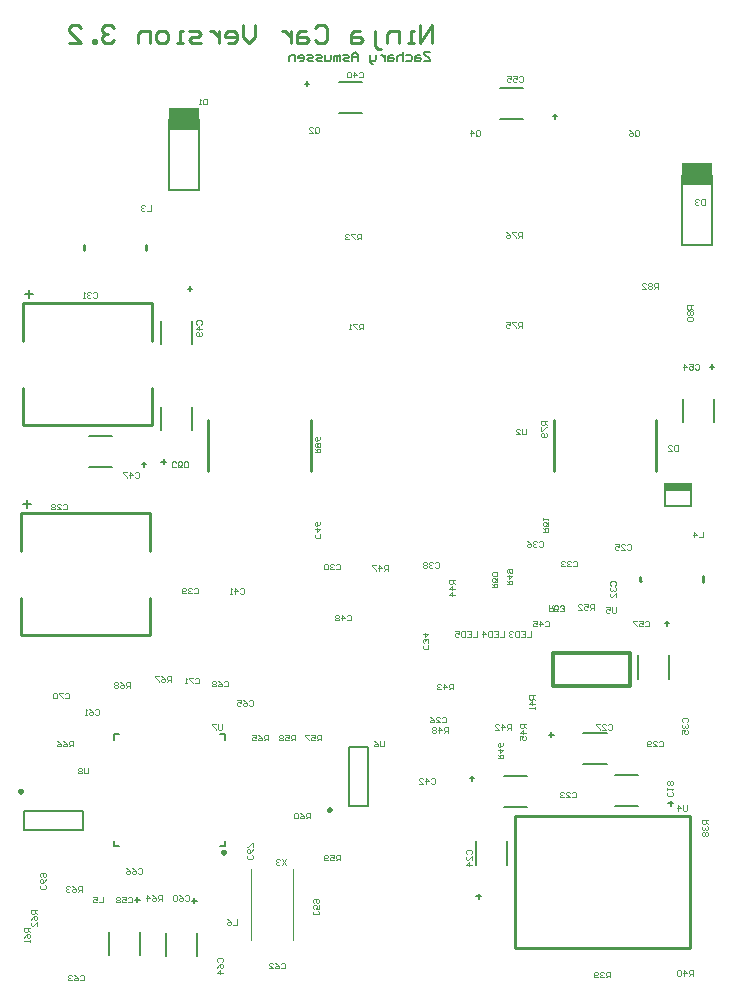
<source format=gbo>
%FSTAX23Y23*%
%MOIN*%
%SFA1B1*%

%IPPOS*%
%ADD32C,0.011810*%
%ADD33C,0.009840*%
%ADD75C,0.010000*%
%ADD76C,0.003940*%
%ADD77C,0.007870*%
%ADD78C,0.005910*%
%ADD79C,0.005000*%
%ADD128R,0.102360X0.074370*%
%ADD129R,0.094490X0.031500*%
%LNninja_3_2_pcb-1*%
%LPD*%
G54D32*
X02046Y0101D02*
Y01122D01*
X0179Y0101D02*
X02046D01*
X0179Y01122D02*
X02046D01*
X0179Y0101D02*
Y01122D01*
G54D33*
X00696Y00458D02*
D01*
X00696Y00458*
X00696Y00458*
X00695Y00459*
X00695Y00459*
X00695Y00459*
X00695Y0046*
X00695Y0046*
X00695Y0046*
X00695Y00461*
X00694Y00461*
X00694Y00461*
X00694Y00461*
X00694Y00462*
X00693Y00462*
X00693Y00462*
X00693Y00462*
X00692Y00462*
X00692Y00462*
X00692Y00463*
X00691Y00463*
X00691Y00463*
X00691Y00463*
X0069*
X0069Y00463*
X0069Y00463*
X00689Y00463*
X00689Y00462*
X00689Y00462*
X00688Y00462*
X00688Y00462*
X00688Y00462*
X00688Y00462*
X00687Y00461*
X00687Y00461*
X00687Y00461*
X00687Y00461*
X00686Y0046*
X00686Y0046*
X00686Y0046*
X00686Y00459*
X00686Y00459*
X00686Y00459*
X00686Y00458*
X00686Y00458*
X00686Y00458*
X00686Y00457*
X00686Y00457*
X00686Y00457*
X00686Y00456*
X00686Y00456*
X00686Y00456*
X00686Y00456*
X00686Y00455*
X00687Y00455*
X00687Y00455*
X00687Y00454*
X00687Y00454*
X00688Y00454*
X00688Y00454*
X00688Y00454*
X00688Y00453*
X00689Y00453*
X00689Y00453*
X00689Y00453*
X0069Y00453*
X0069Y00453*
X0069Y00453*
X00691*
X00691Y00453*
X00691Y00453*
X00692Y00453*
X00692Y00453*
X00692Y00453*
X00693Y00453*
X00693Y00454*
X00693Y00454*
X00694Y00454*
X00694Y00454*
X00694Y00454*
X00694Y00455*
X00695Y00455*
X00695Y00455*
X00695Y00456*
X00695Y00456*
X00695Y00456*
X00695Y00456*
X00695Y00457*
X00696Y00457*
X00696Y00457*
X00696Y00458*
X00019Y00661D02*
D01*
X00019Y00661*
X00019Y00662*
X00019Y00662*
X00019Y00662*
X00019Y00663*
X00019Y00663*
X00018Y00663*
X00018Y00664*
X00018Y00664*
X00018Y00664*
X00018Y00664*
X00017Y00665*
X00017Y00665*
X00017Y00665*
X00017Y00665*
X00016Y00665*
X00016Y00666*
X00016Y00666*
X00015Y00666*
X00015Y00666*
X00015Y00666*
X00014Y00666*
X00014*
X00014Y00666*
X00013Y00666*
X00013Y00666*
X00013Y00666*
X00012Y00666*
X00012Y00665*
X00012Y00665*
X00011Y00665*
X00011Y00665*
X00011Y00665*
X00011Y00664*
X0001Y00664*
X0001Y00664*
X0001Y00664*
X0001Y00663*
X0001Y00663*
X00009Y00663*
X00009Y00662*
X00009Y00662*
X00009Y00662*
X00009Y00661*
X00009Y00661*
X00009Y00661*
X00009Y0066*
X00009Y0066*
X00009Y0066*
X00009Y00659*
X0001Y00659*
X0001Y00659*
X0001Y00658*
X0001Y00658*
X0001Y00658*
X00011Y00658*
X00011Y00657*
X00011Y00657*
X00011Y00657*
X00012Y00657*
X00012Y00657*
X00012Y00656*
X00013Y00656*
X00013Y00656*
X00013Y00656*
X00014Y00656*
X00014Y00656*
X00014*
X00015Y00656*
X00015Y00656*
X00015Y00656*
X00016Y00656*
X00016Y00656*
X00016Y00657*
X00017Y00657*
X00017Y00657*
X00017Y00657*
X00017Y00657*
X00018Y00658*
X00018Y00658*
X00018Y00658*
X00018Y00658*
X00018Y00659*
X00019Y00659*
X00019Y00659*
X00019Y0066*
X00019Y0066*
X00019Y0066*
X00019Y00661*
X00019Y00661*
X01048Y00599D02*
D01*
X01048Y00599*
X01048Y006*
X01048Y006*
X01048Y006*
X01048Y00601*
X01048Y00601*
X01047Y00601*
X01047Y00602*
X01047Y00602*
X01047Y00602*
X01047Y00602*
X01046Y00603*
X01046Y00603*
X01046Y00603*
X01046Y00603*
X01045Y00603*
X01045Y00604*
X01045Y00604*
X01044Y00604*
X01044Y00604*
X01044Y00604*
X01043Y00604*
X01043*
X01043Y00604*
X01042Y00604*
X01042Y00604*
X01042Y00604*
X01041Y00604*
X01041Y00603*
X01041Y00603*
X0104Y00603*
X0104Y00603*
X0104Y00603*
X0104Y00602*
X01039Y00602*
X01039Y00602*
X01039Y00602*
X01039Y00601*
X01039Y00601*
X01038Y00601*
X01038Y006*
X01038Y006*
X01038Y006*
X01038Y00599*
X01038Y00599*
X01038Y00599*
X01038Y00598*
X01038Y00598*
X01038Y00598*
X01038Y00597*
X01039Y00597*
X01039Y00597*
X01039Y00596*
X01039Y00596*
X01039Y00596*
X0104Y00596*
X0104Y00595*
X0104Y00595*
X0104Y00595*
X01041Y00595*
X01041Y00595*
X01041Y00595*
X01042Y00594*
X01042Y00594*
X01042Y00594*
X01043Y00594*
X01043Y00594*
X01043*
X01044Y00594*
X01044Y00594*
X01044Y00594*
X01045Y00594*
X01045Y00595*
X01045Y00595*
X01046Y00595*
X01046Y00595*
X01046Y00595*
X01046Y00595*
X01047Y00596*
X01047Y00596*
X01047Y00596*
X01047Y00596*
X01047Y00597*
X01048Y00597*
X01048Y00597*
X01048Y00598*
X01048Y00598*
X01048Y00598*
X01048Y00599*
X01048Y00599*
G54D75*
X0208Y01375D02*
D01*
X0208Y01368*
X0208Y01361*
X02081Y0136*
X02288Y01359D02*
D01*
X02289Y01366*
X02289Y01373*
X02289Y01377*
X00225Y0248D02*
D01*
X00225Y02473*
X00225Y02466*
X00226Y02465*
X00433Y02464D02*
D01*
X00434Y02471*
X00434Y02478*
X00434Y02482*
X00639Y01728D02*
Y01898D01*
X00981Y01727D02*
Y01897D01*
X01663Y00137D02*
X02247D01*
Y00579*
X01663Y00137D02*
Y00579D01*
X02247*
X01791Y01728D02*
Y01898D01*
X02133Y01727D02*
Y01897D01*
X00452Y02163D02*
Y02287D01*
Y01882D02*
Y02006D01*
X00023Y02287D02*
X00452D01*
X00022Y02163D02*
Y02287D01*
X00021Y0188D02*
X0045D01*
X00021Y01882D02*
Y02006D01*
X00447Y01463D02*
Y01587D01*
Y01182D02*
Y01306D01*
X00018Y01587D02*
X00447D01*
X00017Y01463D02*
Y01587D01*
X00016Y0118D02*
X00445D01*
X00016Y01182D02*
Y01306D01*
X01385Y03155D02*
Y03214D01*
X01345Y03155*
Y03214*
X01325Y03155D02*
X01305D01*
X01315*
Y03194*
X01325*
X01275Y03155D02*
Y03194D01*
X01245*
X01235Y03184*
Y03155*
X01215Y03135D02*
X01205D01*
X01195Y03145*
Y03194*
X01145D02*
X01125D01*
X01115Y03184*
Y03155*
X01145*
X01155Y03165*
X01145Y03174*
X01115*
X00995Y03204D02*
X01005Y03214D01*
X01025*
X01035Y03204*
Y03165*
X01025Y03155*
X01005*
X00995Y03165*
X00965Y03194D02*
X00945D01*
X00935Y03184*
Y03155*
X00965*
X00975Y03165*
X00965Y03174*
X00935*
X00915Y03194D02*
Y03155D01*
Y03174*
X00905Y03184*
X00895Y03194*
X00885*
X00795Y03214D02*
Y03174D01*
X00775Y03155*
X00755Y03174*
Y03214*
X00705Y03155D02*
X00725D01*
X00735Y03165*
Y03184*
X00725Y03194*
X00705*
X00695Y03184*
Y03174*
X00735*
X00675Y03194D02*
Y03155D01*
Y03174*
X00665Y03184*
X00655Y03194*
X00645*
X00615Y03155D02*
X00585D01*
X00575Y03165*
X00585Y03174*
X00605*
X00615Y03184*
X00605Y03194*
X00575*
X00555Y03155D02*
X00535D01*
X00545*
Y03194*
X00555*
X00495Y03155D02*
X00475D01*
X00465Y03165*
Y03184*
X00475Y03194*
X00495*
X00505Y03184*
Y03165*
X00495Y03155*
X00445D02*
Y03194D01*
X00415*
X00405Y03184*
Y03155*
X00325Y03204D02*
X00315Y03214D01*
X00295*
X00285Y03204*
Y03194*
X00295Y03184*
X00305*
X00295*
X00285Y03174*
Y03165*
X00295Y03155*
X00315*
X00325Y03165*
X00265Y03155D02*
Y03165D01*
X00255*
Y03155*
X00265*
X00175D02*
X00215D01*
X00175Y03194*
Y03204*
X00185Y03214*
X00205*
X00215Y03204*
G54D76*
X00922Y00165D02*
Y00401D01*
X00784Y00165D02*
Y00401D01*
X00685Y00884D02*
Y00868D01*
X00681Y00865*
X00675*
X00671Y00868*
Y00884*
X00665D02*
X00652D01*
Y00881*
X00665Y00868*
Y00865*
X00261Y00931D02*
X00265Y00934D01*
X00271*
X00275Y00931*
Y00918*
X00271Y00915*
X00265*
X00261Y00918*
X00242Y00934D02*
X00248Y00931D01*
X00255Y00924*
Y00918*
X00252Y00915*
X00245*
X00242Y00918*
Y00921*
X00245Y00924*
X00255*
X00235Y00915D02*
X00229D01*
X00232*
Y00934*
X00235Y00931*
X017Y01869D02*
Y01853D01*
X01696Y0185*
X0169*
X01686Y01853*
Y01869*
X01667Y0185D02*
X0168D01*
X01667Y01863*
Y01866*
X0167Y01869*
X01677*
X0168Y01866*
X00603Y02216D02*
X006Y0222D01*
Y02226*
X00603Y0223*
X00616*
X0062Y02226*
Y0222*
X00616Y02216*
X0062Y022D02*
X006D01*
X0061Y0221*
Y02197*
X00616Y0219D02*
X0062Y02187D01*
Y0218*
X00616Y02177*
X00603*
X006Y0218*
Y02187*
X00603Y0219*
X00606*
X0061Y02187*
Y02177*
X00995Y0179D02*
X01014D01*
Y01799*
X01011Y01803*
X01004*
X01001Y01799*
Y0179*
Y01796D02*
X00995Y01803D01*
X01011Y01809D02*
X01014Y01812D01*
Y01819*
X01011Y01822*
X01008*
X01004Y01819*
X01001Y01822*
X00998*
X00995Y01819*
Y01812*
X00998Y01809*
X01001*
X01004Y01812*
X01008Y01809*
X01011*
X01004Y01812D02*
Y01819D01*
X01014Y01842D02*
X01011Y01835D01*
X01004Y01829*
X00998*
X00995Y01832*
Y01839*
X00998Y01842*
X01001*
X01004Y01839*
Y01829*
X009Y00434D02*
X00886Y00415D01*
Y00434D02*
X009Y00415D01*
X0088Y00431D02*
X00877Y00434D01*
X0087*
X00867Y00431*
Y00428*
X0087Y00424*
X00873*
X0087*
X00867Y00421*
Y00418*
X0087Y00415*
X00877*
X0088Y00418*
X0024Y00739D02*
Y00723D01*
X00236Y0072*
X0023*
X00226Y00723*
Y00739*
X0022Y00736D02*
X00217Y00739D01*
X0021*
X00207Y00736*
Y00733*
X0021Y00729*
X00207Y00726*
Y00723*
X0021Y0072*
X00217*
X0022Y00723*
Y00726*
X00217Y00729*
X0022Y00733*
Y00736*
X00217Y00729D02*
X0021D01*
X01225Y00829D02*
Y00813D01*
X01221Y0081*
X01215*
X01211Y00813*
Y00829*
X01192D02*
X01198Y00826D01*
X01205Y00819*
Y00813*
X01202Y0081*
X01195*
X01192Y00813*
Y00816*
X01195Y00819*
X01205*
X01998Y01274D02*
Y01258D01*
X01995Y01255*
X01988*
X01985Y01258*
Y01274*
X01965D02*
X01978D01*
Y01265*
X01972Y01268*
X01968*
X01965Y01265*
Y01258*
X01968Y01255*
X01975*
X01978Y01258*
X02235Y00614D02*
Y00598D01*
X02231Y00595*
X02225*
X02221Y00598*
Y00614*
X02205Y00595D02*
Y00614D01*
X02215Y00604*
X02202*
X0214Y02335D02*
Y02354D01*
X0213*
X02126Y02351*
Y02344*
X0213Y02341*
X0214*
X02133D02*
X02126Y02335D01*
X0212Y02351D02*
X02117Y02354D01*
X0211*
X02107Y02351*
Y02348*
X0211Y02344*
X02107Y02341*
Y02338*
X0211Y02335*
X02117*
X0212Y02338*
Y02341*
X02117Y02344*
X0212Y02348*
Y02351*
X02117Y02344D02*
X0211D01*
X02087Y02335D02*
X021D01*
X02087Y02348*
Y02351*
X0209Y02354*
X02097*
X021Y02351*
X02255Y0228D02*
X02235D01*
Y0227*
X02238Y02266*
X02245*
X02248Y0227*
Y0228*
Y02273D02*
X02255Y02266D01*
X02238Y0226D02*
X02235Y02257D01*
Y0225*
X02238Y02247*
X02241*
X02245Y0225*
X02248Y02247*
X02251*
X02255Y0225*
Y02257*
X02251Y0226*
X02248*
X02245Y02257*
X02241Y0226*
X02238*
X02245Y02257D02*
Y0225D01*
X02238Y0224D02*
X02235Y02237D01*
Y0223*
X02238Y02227*
X02251*
X02255Y0223*
Y02237*
X02251Y0224*
X02238*
X0177Y01895D02*
X0175D01*
Y01885*
X01753Y01881*
X0176*
X01763Y01885*
Y01895*
Y01888D02*
X0177Y01881D01*
X0175Y01875D02*
Y01862D01*
X01753*
X01766Y01875*
X0177*
X01766Y01855D02*
X0177Y01852D01*
Y01845*
X01766Y01842*
X01753*
X0175Y01845*
Y01852*
X01753Y01855*
X01756*
X0176Y01852*
Y01842*
X01685Y02505D02*
Y02524D01*
X01675*
X01671Y02521*
Y02514*
X01675Y02511*
X01685*
X01678D02*
X01671Y02505D01*
X01665Y02524D02*
X01652D01*
Y02521*
X01665Y02508*
Y02505*
X01632Y02524D02*
X01639Y02521D01*
X01645Y02514*
Y02508*
X01642Y02505*
X01635*
X01632Y02508*
Y02511*
X01635Y02514*
X01645*
X01685Y02205D02*
Y02224D01*
X01675*
X01671Y02221*
Y02214*
X01675Y02211*
X01685*
X01678D02*
X01671Y02205D01*
X01665Y02224D02*
X01652D01*
Y02221*
X01665Y02208*
Y02205*
X01632Y02224D02*
X01645D01*
Y02214*
X01639Y02218*
X01635*
X01632Y02214*
Y02208*
X01635Y02205*
X01642*
X01645Y02208*
X0115Y025D02*
Y02519D01*
X0114*
X01136Y02516*
Y02509*
X0114Y02506*
X0115*
X01143D02*
X01136Y025D01*
X0113Y02519D02*
X01117D01*
Y02516*
X0113Y02503*
Y025*
X0111Y02516D02*
X01107Y02519D01*
X011*
X01097Y02516*
Y02513*
X011Y02509*
X01104*
X011*
X01097Y02506*
Y02503*
X011Y025*
X01107*
X0111Y02503*
X01155Y022D02*
Y02219D01*
X01145*
X01141Y02216*
Y02209*
X01145Y02206*
X01155*
X01148D02*
X01141Y022D01*
X01135Y02219D02*
X01122D01*
Y02216*
X01135Y02203*
Y022*
X01115D02*
X01109D01*
X01112*
Y02219*
X01115Y02216*
X0038Y01005D02*
Y01024D01*
X0037*
X00366Y01021*
Y01014*
X0037Y01011*
X0038*
X00373D02*
X00366Y01005D01*
X00347Y01024D02*
X00353Y01021D01*
X0036Y01014*
Y01008*
X00357Y01005*
X0035*
X00347Y01008*
Y01011*
X0035Y01014*
X0036*
X0034Y01021D02*
X00337Y01024D01*
X0033*
X00327Y01021*
Y01018*
X0033Y01014*
X00327Y01011*
Y01008*
X0033Y01005*
X00337*
X0034Y01008*
Y01011*
X00337Y01014*
X0034Y01018*
Y01021*
X00337Y01014D02*
X0033D01*
X00515Y01025D02*
Y01044D01*
X00505*
X00501Y01041*
Y01034*
X00505Y01031*
X00515*
X00508D02*
X00501Y01025D01*
X00482Y01044D02*
X00488Y01041D01*
X00495Y01034*
Y01028*
X00492Y01025*
X00485*
X00482Y01028*
Y01031*
X00485Y01034*
X00495*
X00475Y01044D02*
X00462D01*
Y01041*
X00475Y01028*
Y01025*
X0019Y0081D02*
Y00829D01*
X0018*
X00176Y00826*
Y00819*
X0018Y00816*
X0019*
X00183D02*
X00176Y0081D01*
X00157Y00829D02*
X00163Y00826D01*
X0017Y00819*
Y00813*
X00167Y0081*
X0016*
X00157Y00813*
Y00816*
X0016Y00819*
X0017*
X00137Y00829D02*
X00144Y00826D01*
X0015Y00819*
Y00813*
X00147Y0081*
X0014*
X00137Y00813*
Y00816*
X0014Y00819*
X0015*
X0084Y0083D02*
Y00849D01*
X0083*
X00826Y00846*
Y00839*
X0083Y00836*
X0084*
X00833D02*
X00826Y0083D01*
X00807Y00849D02*
X00813Y00846D01*
X0082Y00839*
Y00833*
X00817Y0083*
X0081*
X00807Y00833*
Y00836*
X0081Y00839*
X0082*
X00787Y00849D02*
X008D01*
Y00839*
X00794Y00843*
X0079*
X00787Y00839*
Y00833*
X0079Y0083*
X00797*
X008Y00833*
X00485Y00295D02*
Y00314D01*
X00475*
X00471Y00311*
Y00304*
X00475Y00301*
X00485*
X00478D02*
X00471Y00295D01*
X00452Y00314D02*
X00458Y00311D01*
X00465Y00304*
Y00298*
X00462Y00295*
X00455*
X00452Y00298*
Y00301*
X00455Y00304*
X00465*
X00435Y00295D02*
Y00314D01*
X00445Y00304*
X00432*
X0022Y00325D02*
Y00344D01*
X0021*
X00206Y00341*
Y00334*
X0021Y00331*
X0022*
X00213D02*
X00206Y00325D01*
X00187Y00344D02*
X00193Y00341D01*
X002Y00334*
Y00328*
X00197Y00325*
X0019*
X00187Y00328*
Y00331*
X0019Y00334*
X002*
X0018Y00341D02*
X00177Y00344D01*
X0017*
X00167Y00341*
Y00338*
X0017Y00334*
X00174*
X0017*
X00167Y00331*
Y00328*
X0017Y00325*
X00177*
X0018Y00328*
X0007Y00265D02*
X0005D01*
Y00255*
X00053Y00251*
X0006*
X00063Y00255*
Y00265*
Y00258D02*
X0007Y00251D01*
X0005Y00232D02*
X00053Y00238D01*
X0006Y00245*
X00066*
X0007Y00242*
Y00235*
X00066Y00232*
X00063*
X0006Y00235*
Y00245*
X0007Y00212D02*
Y00225D01*
X00056Y00212*
X00053*
X0005Y00215*
Y00222*
X00053Y00225*
X00045Y00205D02*
X00025D01*
Y00195*
X00028Y00191*
X00035*
X00038Y00195*
Y00205*
Y00198D02*
X00045Y00191D01*
X00025Y00172D02*
X00028Y00178D01*
X00035Y00185*
X00041*
X00045Y00182*
Y00175*
X00041Y00172*
X00038*
X00035Y00175*
Y00185*
X00045Y00165D02*
Y00159D01*
Y00162*
X00025*
X00028Y00165*
X0098Y0057D02*
Y00589D01*
X0097*
X00966Y00586*
Y00579*
X0097Y00576*
X0098*
X00973D02*
X00966Y0057D01*
X00947Y00589D02*
X00953Y00586D01*
X0096Y00579*
Y00573*
X00957Y0057*
X0095*
X00947Y00573*
Y00576*
X0095Y00579*
X0096*
X0094Y00586D02*
X00937Y00589D01*
X0093*
X00927Y00586*
Y00573*
X0093Y0057*
X00937*
X0094Y00573*
Y00586*
X0108Y0043D02*
Y00449D01*
X0107*
X01066Y00446*
Y00439*
X0107Y00436*
X0108*
X01073D02*
X01066Y0043D01*
X01047Y00449D02*
X0106D01*
Y00439*
X01053Y00443*
X0105*
X01047Y00439*
Y00433*
X0105Y0043*
X01057*
X0106Y00433*
X0104D02*
X01037Y0043D01*
X0103*
X01027Y00433*
Y00446*
X0103Y00449*
X01037*
X0104Y00446*
Y00443*
X01037Y00439*
X01027*
X0093Y0083D02*
Y00849D01*
X0092*
X00916Y00846*
Y00839*
X0092Y00836*
X0093*
X00923D02*
X00916Y0083D01*
X00897Y00849D02*
X0091D01*
Y00839*
X00903Y00843*
X009*
X00897Y00839*
Y00833*
X009Y0083*
X00907*
X0091Y00833*
X0089Y00846D02*
X00887Y00849D01*
X0088*
X00877Y00846*
Y00843*
X0088Y00839*
X00877Y00836*
Y00833*
X0088Y0083*
X00887*
X0089Y00833*
Y00836*
X00887Y00839*
X0089Y00843*
Y00846*
X00887Y00839D02*
X0088D01*
X01015Y0083D02*
Y00849D01*
X01005*
X01001Y00846*
Y00839*
X01005Y00836*
X01015*
X01008D02*
X01001Y0083D01*
X00982Y00849D02*
X00995D01*
Y00839*
X00988Y00843*
X00985*
X00982Y00839*
Y00833*
X00985Y0083*
X00992*
X00995Y00833*
X00975Y00849D02*
X00962D01*
Y00846*
X00975Y00833*
Y0083*
X01775Y0128D02*
Y0126D01*
X01784*
X01788Y01263*
Y0127*
X01784Y01273*
X01775*
X01781D02*
X01788Y0128D01*
X01807Y0126D02*
X01794D01*
Y0127*
X01801Y01266*
X01804*
X01807Y0127*
Y01276*
X01804Y0128*
X01797*
X01794Y01276*
X01814Y01263D02*
X01817Y0126D01*
X01824*
X01827Y01263*
Y01266*
X01824Y0127*
X0182*
X01824*
X01827Y01273*
Y01276*
X01824Y0128*
X01817*
X01814Y01276*
X01925Y01265D02*
Y01284D01*
X01915*
X01911Y01281*
Y01274*
X01915Y01271*
X01925*
X01918D02*
X01911Y01265D01*
X01892Y01284D02*
X01905D01*
Y01274*
X01898Y01278*
X01895*
X01892Y01274*
Y01268*
X01895Y01265*
X01902*
X01905Y01268*
X01872Y01265D02*
X01885D01*
X01872Y01278*
Y01281*
X01875Y01284*
X01882*
X01885Y01281*
X01755Y01525D02*
X01774D01*
Y01534*
X01771Y01538*
X01764*
X01761Y01534*
Y01525*
Y01531D02*
X01755Y01538D01*
X01774Y01557D02*
Y01544D01*
X01764*
X01768Y01551*
Y01554*
X01764Y01557*
X01758*
X01755Y01554*
Y01547*
X01758Y01544*
X01755Y01564D02*
Y0157D01*
Y01567*
X01774*
X01771Y01564*
X01585Y0134D02*
X01604D01*
Y01349*
X01601Y01353*
X01594*
X01591Y01349*
Y0134*
Y01346D02*
X01585Y01353D01*
X01604Y01372D02*
Y01359D01*
X01594*
X01598Y01366*
Y01369*
X01594Y01372*
X01588*
X01585Y01369*
Y01362*
X01588Y01359*
X01601Y01379D02*
X01604Y01382D01*
Y01389*
X01601Y01392*
X01588*
X01585Y01389*
Y01382*
X01588Y01379*
X01601*
X01635Y0135D02*
X01654D01*
Y01359*
X01651Y01363*
X01644*
X01641Y01359*
Y0135*
Y01356D02*
X01635Y01363D01*
Y01379D02*
X01654D01*
X01644Y01369*
Y01382*
X01638Y01389D02*
X01635Y01392D01*
Y01399*
X01638Y01402*
X01651*
X01654Y01399*
Y01392*
X01651Y01389*
X01648*
X01644Y01392*
Y01402*
X0144Y00855D02*
Y00874D01*
X0143*
X01426Y00871*
Y00864*
X0143Y00861*
X0144*
X01433D02*
X01426Y00855D01*
X0141D02*
Y00874D01*
X0142Y00864*
X01407*
X014Y00871D02*
X01397Y00874D01*
X0139*
X01387Y00871*
Y00868*
X0139Y00864*
X01387Y00861*
Y00858*
X0139Y00855*
X01397*
X014Y00858*
Y00861*
X01397Y00864*
X014Y00868*
Y00871*
X01397Y00864D02*
X0139D01*
X0124Y01395D02*
Y01414D01*
X0123*
X01226Y01411*
Y01404*
X0123Y01401*
X0124*
X01233D02*
X01226Y01395D01*
X0121D02*
Y01414D01*
X0122Y01404*
X01207*
X012Y01414D02*
X01187D01*
Y01411*
X012Y01398*
Y01395*
X01605Y0077D02*
X01624D01*
Y00779*
X01621Y00783*
X01614*
X01611Y00779*
Y0077*
Y00776D02*
X01605Y00783D01*
Y00799D02*
X01624D01*
X01614Y00789*
Y00802*
X01624Y00822D02*
X01621Y00815D01*
X01614Y00809*
X01608*
X01605Y00812*
Y00819*
X01608Y00822*
X01611*
X01614Y00819*
Y00809*
X017Y00885D02*
X0168D01*
Y00875*
X01683Y00871*
X0169*
X01693Y00875*
Y00885*
Y00878D02*
X017Y00871D01*
Y00855D02*
X0168D01*
X0169Y00865*
Y00852*
X0168Y00832D02*
Y00845D01*
X0169*
X01686Y00839*
Y00835*
X0169Y00832*
X01696*
X017Y00835*
Y00842*
X01696Y00845*
X01464Y01366D02*
X01444D01*
Y01356*
X01447Y01353*
X01454*
X01457Y01356*
Y01366*
Y01359D02*
X01464Y01353D01*
Y01336D02*
X01444D01*
X01454Y01346*
Y01333*
X01464Y01316D02*
X01444D01*
X01454Y01326*
Y01313*
X01455Y01D02*
Y01019D01*
X01445*
X01441Y01016*
Y01009*
X01445Y01006*
X01455*
X01448D02*
X01441Y01D01*
X01425D02*
Y01019D01*
X01435Y01009*
X01422*
X01415Y01016D02*
X01412Y01019D01*
X01405*
X01402Y01016*
Y01013*
X01405Y01009*
X01409*
X01405*
X01402Y01006*
Y01003*
X01405Y01*
X01412*
X01415Y01003*
X0165Y00865D02*
Y00884D01*
X0164*
X01636Y00881*
Y00874*
X0164Y00871*
X0165*
X01643D02*
X01636Y00865D01*
X0162D02*
Y00884D01*
X0163Y00874*
X01617*
X01597Y00865D02*
X0161D01*
X01597Y00878*
Y00881*
X016Y00884*
X01607*
X0161Y00881*
X0173Y0098D02*
X0171D01*
Y0097*
X01713Y00966*
X0172*
X01723Y0097*
Y0098*
Y00973D02*
X0173Y00966D01*
Y0095D02*
X0171D01*
X0172Y0096*
Y00947*
X0173Y0094D02*
Y00934D01*
Y00937*
X0171*
X01713Y0094*
X02255Y00045D02*
Y00064D01*
X02245*
X02241Y00061*
Y00054*
X02245Y00051*
X02255*
X02248D02*
X02241Y00045D01*
X02225D02*
Y00064D01*
X02235Y00054*
X02222*
X02215Y00061D02*
X02212Y00064D01*
X02205*
X02202Y00061*
Y00048*
X02205Y00045*
X02212*
X02215Y00048*
Y00061*
X0198Y0004D02*
Y00059D01*
X0197*
X01966Y00056*
Y00049*
X0197Y00046*
X0198*
X01973D02*
X01966Y0004D01*
X0196Y00056D02*
X01957Y00059D01*
X0195*
X01947Y00056*
Y00053*
X0195Y00049*
X01953*
X0195*
X01947Y00046*
Y00043*
X0195Y0004*
X01957*
X0196Y00043*
X0194D02*
X01937Y0004D01*
X0193*
X01927Y00043*
Y00056*
X0193Y00059*
X01937*
X0194Y00056*
Y00053*
X01937Y00049*
X01927*
X02305Y00565D02*
X02285D01*
Y00555*
X02288Y00551*
X02295*
X02298Y00555*
Y00565*
Y00558D02*
X02305Y00551D01*
X02288Y00545D02*
X02285Y00542D01*
Y00535*
X02288Y00532*
X02291*
X02295Y00535*
Y00538*
Y00535*
X02298Y00532*
X02301*
X02305Y00535*
Y00542*
X02301Y00545*
X02288Y00525D02*
X02285Y00522D01*
Y00515*
X02288Y00512*
X02291*
X02295Y00515*
X02298Y00512*
X02301*
X02305Y00515*
Y00522*
X02301Y00525*
X02298*
X02295Y00522*
X02291Y00525*
X02288*
X02295Y00522D02*
Y00515D01*
X02061Y02848D02*
Y02861D01*
X02065Y02864*
X02071*
X02075Y02861*
Y02848*
X02071Y02845*
X02065*
X02068Y02851D02*
X02061Y02845D01*
X02065D02*
X02061Y02848D01*
X02042Y02864D02*
X02048Y02861D01*
X02055Y02854*
Y02848*
X02052Y02845*
X02045*
X02042Y02848*
Y02851*
X02045Y02854*
X02055*
X01531Y02848D02*
Y02861D01*
X01535Y02864*
X01541*
X01545Y02861*
Y02848*
X01541Y02845*
X01535*
X01538Y02851D02*
X01531Y02845D01*
X01535D02*
X01531Y02848D01*
X01515Y02845D02*
Y02864D01*
X01525Y02854*
X01512*
X00996Y02858D02*
Y02871D01*
X01Y02874*
X01006*
X0101Y02871*
Y02858*
X01006Y02855*
X01*
X01003Y02861D02*
X00996Y02855D01*
X01D02*
X00996Y02858D01*
X00977Y02855D02*
X0099D01*
X00977Y02868*
Y02871*
X0098Y02874*
X00987*
X0099Y02871*
X01535Y01194D02*
Y01175D01*
X01521*
X01502Y01194D02*
X01515D01*
Y01175*
X01502*
X01515Y01184D02*
X01508D01*
X01495Y01194D02*
Y01175D01*
X01485*
X01482Y01178*
Y01191*
X01485Y01194*
X01495*
X01462D02*
X01475D01*
Y01184*
X01469Y01188*
X01466*
X01462Y01184*
Y01178*
X01466Y01175*
X01472*
X01475Y01178*
X01625Y01194D02*
Y01175D01*
X01611*
X01592Y01194D02*
X01605D01*
Y01175*
X01592*
X01605Y01184D02*
X01598D01*
X01585Y01194D02*
Y01175D01*
X01575*
X01572Y01178*
Y01191*
X01575Y01194*
X01585*
X01556Y01175D02*
Y01194D01*
X01565Y01184*
X01552*
X01715Y01194D02*
Y01175D01*
X01701*
X01682Y01194D02*
X01695D01*
Y01175*
X01682*
X01695Y01184D02*
X01688D01*
X01675Y01194D02*
Y01175D01*
X01665*
X01662Y01178*
Y01191*
X01665Y01194*
X01675*
X01655Y01191D02*
X01652Y01194D01*
X01646*
X01642Y01191*
Y01188*
X01646Y01184*
X01649*
X01646*
X01642Y01181*
Y01178*
X01646Y01175*
X01652*
X01655Y01178*
X00735Y00234D02*
Y00215D01*
X00721*
X00702Y00234D02*
X00708Y00231D01*
X00715Y00224*
Y00218*
X00712Y00215*
X00705*
X00702Y00218*
Y00221*
X00705Y00224*
X00715*
X0029Y00309D02*
Y0029D01*
X00276*
X00257Y00309D02*
X0027D01*
Y00299*
X00263Y00303*
X0026*
X00257Y00299*
Y00293*
X0026Y0029*
X00267*
X0027Y00293*
X0229Y01526D02*
Y01507D01*
X02276*
X0226D02*
Y01526D01*
X0227Y01516*
X02257*
X0045Y02614D02*
Y02595D01*
X00436*
X0043Y02611D02*
X00427Y02614D01*
X0042*
X00417Y02611*
Y02608*
X0042Y02604*
X00423*
X0042*
X00417Y02601*
Y02598*
X0042Y02595*
X00427*
X0043Y02598*
X02295Y02634D02*
Y02615D01*
X02285*
X02281Y02618*
Y02631*
X02285Y02634*
X02295*
X02275Y02631D02*
X02272Y02634D01*
X02265*
X02262Y02631*
Y02628*
X02265Y02624*
X02268*
X02265*
X02262Y02621*
Y02618*
X02265Y02615*
X02272*
X02275Y02618*
X02205Y01814D02*
Y01795D01*
X02195*
X02191Y01798*
Y01811*
X02195Y01814*
X02205*
X02172Y01795D02*
X02185D01*
X02172Y01808*
Y01811*
X02175Y01814*
X02182*
X02185Y01811*
X00635Y02969D02*
Y0295D01*
X00625*
X00621Y02953*
Y02966*
X00625Y02969*
X00635*
X00615Y0295D02*
X00608D01*
X00612*
Y02969*
X00615Y02966*
X00596Y01036D02*
X006Y01039D01*
X00606*
X0061Y01036*
Y01023*
X00606Y0102*
X006*
X00596Y01023*
X0059Y01039D02*
X00577D01*
Y01036*
X0059Y01023*
Y0102*
X0057D02*
X00564D01*
X00567*
Y01039*
X0057Y01036*
X00161Y00986D02*
X00165Y00989D01*
X00171*
X00175Y00986*
Y00973*
X00171Y0097*
X00165*
X00161Y00973*
X00155Y00989D02*
X00142D01*
Y00986*
X00155Y00973*
Y0097*
X00135Y00986D02*
X00132Y00989D01*
X00125*
X00122Y00986*
Y00973*
X00125Y0097*
X00132*
X00135Y00973*
Y00986*
X00096Y00348D02*
X00099Y00344D01*
Y00338*
X00096Y00335*
X00083*
X0008Y00338*
Y00344*
X00083Y00348*
X00099Y00367D02*
X00096Y00361D01*
X00089Y00354*
X00083*
X0008Y00357*
Y00364*
X00083Y00367*
X00086*
X00089Y00364*
Y00354*
X00083Y00374D02*
X0008Y00377D01*
Y00384*
X00083Y00387*
X00096*
X00099Y00384*
Y00377*
X00096Y00374*
X00093*
X00089Y00377*
Y00387*
X00691Y01026D02*
X00695Y01029D01*
X00701*
X00705Y01026*
Y01013*
X00701Y0101*
X00695*
X00691Y01013*
X00672Y01029D02*
X00678Y01026D01*
X00685Y01019*
Y01013*
X00682Y0101*
X00675*
X00672Y01013*
Y01016*
X00675Y01019*
X00685*
X00665Y01026D02*
X00662Y01029D01*
X00655*
X00652Y01026*
Y01023*
X00655Y01019*
X00652Y01016*
Y01013*
X00655Y0101*
X00662*
X00665Y01013*
Y01016*
X00662Y01019*
X00665Y01023*
Y01026*
X00662Y01019D02*
X00655D01*
X00786Y00448D02*
X00789Y00444D01*
Y00438*
X00786Y00435*
X00773*
X0077Y00438*
Y00444*
X00773Y00448*
X00789Y00467D02*
X00786Y00461D01*
X00779Y00454*
X00773*
X0077Y00457*
Y00464*
X00773Y00467*
X00776*
X00779Y00464*
Y00454*
X00789Y00474D02*
Y00487D01*
X00786*
X00773Y00474*
X0077*
X00406Y00401D02*
X0041Y00404D01*
X00416*
X0042Y00401*
Y00388*
X00416Y00385*
X0041*
X00406Y00388*
X00387Y00404D02*
X00393Y00401D01*
X004Y00394*
Y00388*
X00397Y00385*
X0039*
X00387Y00388*
Y00391*
X0039Y00394*
X004*
X00367Y00404D02*
X00374Y00401D01*
X0038Y00394*
Y00388*
X00377Y00385*
X0037*
X00367Y00388*
Y00391*
X0037Y00394*
X0038*
X00776Y00961D02*
X0078Y00964D01*
X00786*
X0079Y00961*
Y00948*
X00786Y00945*
X0078*
X00776Y00948*
X00757Y00964D02*
X00763Y00961D01*
X0077Y00954*
Y00948*
X00767Y00945*
X0076*
X00757Y00948*
Y00951*
X0076Y00954*
X0077*
X00737Y00964D02*
X0075D01*
Y00954*
X00744Y00958*
X0074*
X00737Y00954*
Y00948*
X0074Y00945*
X00747*
X0075Y00948*
X00673Y00091D02*
X0067Y00095D01*
Y00101*
X00673Y00105*
X00686*
X0069Y00101*
Y00095*
X00686Y00091*
X0067Y00072D02*
X00673Y00078D01*
X0068Y00085*
X00686*
X0069Y00082*
Y00075*
X00686Y00072*
X00683*
X0068Y00075*
Y00085*
X0069Y00055D02*
X0067D01*
X0068Y00065*
Y00052*
X00211Y00046D02*
X00215Y00049D01*
X00221*
X00225Y00046*
Y00033*
X00221Y0003*
X00215*
X00211Y00033*
X00192Y00049D02*
X00198Y00046D01*
X00205Y00039*
Y00033*
X00202Y0003*
X00195*
X00192Y00033*
Y00036*
X00195Y00039*
X00205*
X00185Y00046D02*
X00182Y00049D01*
X00175*
X00172Y00046*
Y00043*
X00175Y00039*
X00179*
X00175*
X00172Y00036*
Y00033*
X00175Y0003*
X00182*
X00185Y00033*
X00881Y00086D02*
X00885Y00089D01*
X00891*
X00895Y00086*
Y00073*
X00891Y0007*
X00885*
X00881Y00073*
X00862Y00089D02*
X00868Y00086D01*
X00875Y00079*
Y00073*
X00872Y0007*
X00865*
X00862Y00073*
Y00076*
X00865Y00079*
X00875*
X00842Y0007D02*
X00855D01*
X00842Y00083*
Y00086*
X00845Y00089*
X00852*
X00855Y00086*
X00561Y00311D02*
X00565Y00314D01*
X00571*
X00575Y00311*
Y00298*
X00571Y00295*
X00565*
X00561Y00298*
X00542Y00314D02*
X00548Y00311D01*
X00555Y00304*
Y00298*
X00552Y00295*
X00545*
X00542Y00298*
Y00301*
X00545Y00304*
X00555*
X00535Y00311D02*
X00532Y00314D01*
X00525*
X00522Y00311*
Y00298*
X00525Y00295*
X00532*
X00535Y00298*
Y00311*
X01006Y00263D02*
X01009Y00259D01*
Y00253*
X01006Y0025*
X00993*
X0099Y00253*
Y00259*
X00993Y00263*
X01009Y00282D02*
Y00269D01*
X00999*
X01003Y00276*
Y00279*
X00999Y00282*
X00993*
X0099Y00279*
Y00272*
X00993Y00269*
Y00289D02*
X0099Y00292D01*
Y00299*
X00993Y00302*
X01006*
X01009Y00299*
Y00292*
X01006Y00289*
X01003*
X00999Y00292*
Y00302*
X00371Y00306D02*
X00375Y00309D01*
X00381*
X00385Y00306*
Y00293*
X00381Y0029*
X00375*
X00371Y00293*
X00352Y00309D02*
X00365D01*
Y00299*
X00358Y00303*
X00355*
X00352Y00299*
Y00293*
X00355Y0029*
X00362*
X00365Y00293*
X00345Y00306D02*
X00342Y00309D01*
X00335*
X00332Y00306*
Y00303*
X00335Y00299*
X00332Y00296*
Y00293*
X00335Y0029*
X00342*
X00345Y00293*
Y00296*
X00342Y00299*
X00345Y00303*
Y00306*
X00342Y00299D02*
X00335D01*
X02096Y01226D02*
X021Y01229D01*
X02106*
X0211Y01226*
Y01213*
X02106Y0121*
X021*
X02096Y01213*
X02077Y01229D02*
X0209D01*
Y01219*
X02083Y01223*
X0208*
X02077Y01219*
Y01213*
X0208Y0121*
X02087*
X0209Y01213*
X0207Y01229D02*
X02057D01*
Y01226*
X0207Y01213*
Y0121*
X01676Y03041D02*
X0168Y03044D01*
X01686*
X0169Y03041*
Y03028*
X01686Y03025*
X0168*
X01676Y03028*
X01657Y03044D02*
X0167D01*
Y03034*
X01663Y03038*
X0166*
X01657Y03034*
Y03028*
X0166Y03025*
X01667*
X0167Y03028*
X01637Y03044D02*
X0165D01*
Y03034*
X01644Y03038*
X0164*
X01637Y03034*
Y03028*
X0164Y03025*
X01647*
X0165Y03028*
X02261Y02083D02*
X02265Y02086D01*
X02271*
X02275Y02083*
Y0207*
X02271Y02066*
X02265*
X02261Y0207*
X02242Y02086D02*
X02255D01*
Y02076*
X02248Y02079*
X02245*
X02242Y02076*
Y0207*
X02245Y02066*
X02252*
X02255Y0207*
X02225Y02066D02*
Y02086D01*
X02235Y02076*
X02222*
X00533Y01743D02*
X00529Y0174D01*
X00523*
X0052Y01743*
Y01756*
X00523Y0176*
X00529*
X00533Y01756*
X00552Y0174D02*
X00539D01*
Y0175*
X00546Y01746*
X00549*
X00552Y0175*
Y01756*
X00549Y0176*
X00542*
X00539Y01756*
X00559Y01743D02*
X00562Y0174D01*
X00569*
X00572Y01743*
Y01756*
X00569Y0176*
X00562*
X00559Y01756*
Y01743*
X01101Y01246D02*
X01105Y01249D01*
X01111*
X01115Y01246*
Y01233*
X01111Y0123*
X01105*
X01101Y01233*
X01085Y0123D02*
Y01249D01*
X01095Y01239*
X01082*
X01075Y01246D02*
X01072Y01249D01*
X01065*
X01062Y01246*
Y01243*
X01065Y01239*
X01062Y01236*
Y01233*
X01065Y0123*
X01072*
X01075Y01233*
Y01236*
X01072Y01239*
X01075Y01243*
Y01246*
X01072Y01239D02*
X01065D01*
X00396Y01721D02*
X004Y01724D01*
X00406*
X0041Y01721*
Y01708*
X00406Y01705*
X004*
X00396Y01708*
X0038Y01705D02*
Y01724D01*
X0039Y01714*
X00377*
X0037Y01724D02*
X00357D01*
Y01721*
X0037Y01708*
Y01705*
X01011Y01518D02*
X01014Y01514D01*
Y01508*
X01011Y01505*
X00998*
X00995Y01508*
Y01514*
X00998Y01518*
X00995Y01534D02*
X01014D01*
X01004Y01524*
Y01537*
X01014Y01557D02*
X01011Y0155D01*
X01004Y01544*
X00998*
X00995Y01547*
Y01554*
X00998Y01557*
X01001*
X01004Y01554*
Y01544*
X01761Y01226D02*
X01765Y01229D01*
X01771*
X01775Y01226*
Y01213*
X01771Y0121*
X01765*
X01761Y01213*
X01745Y0121D02*
Y01229D01*
X01755Y01219*
X01742*
X01722Y01229D02*
X01735D01*
Y01219*
X01729Y01223*
X01725*
X01722Y01219*
Y01213*
X01725Y0121*
X01732*
X01735Y01213*
X01381Y00701D02*
X01385Y00704D01*
X01391*
X01395Y00701*
Y00688*
X01391Y00685*
X01385*
X01381Y00688*
X01365Y00685D02*
Y00704D01*
X01375Y00694*
X01362*
X01342Y00685D02*
X01355D01*
X01342Y00698*
Y00701*
X01345Y00704*
X01352*
X01355Y00701*
X00745Y01335D02*
X00748Y01338D01*
X00755*
X00758Y01335*
Y01322*
X00755Y01319*
X00748*
X00745Y01322*
X00729Y01319D02*
Y01338D01*
X00738Y01329*
X00725*
X00719Y01319D02*
X00712D01*
X00715*
Y01338*
X00719Y01335*
X01141Y03056D02*
X01145Y03059D01*
X01151*
X01155Y03056*
Y03043*
X01151Y0304*
X01145*
X01141Y03043*
X01125Y0304D02*
Y03059D01*
X01135Y03049*
X01122*
X01115Y03056D02*
X01112Y03059D01*
X01105*
X01102Y03056*
Y03043*
X01105Y0304*
X01112*
X01115Y03043*
Y03056*
X00591Y01336D02*
X00595Y01339D01*
X00601*
X00605Y01336*
Y01323*
X00601Y0132*
X00595*
X00591Y01323*
X00585Y01336D02*
X00582Y01339D01*
X00575*
X00572Y01336*
Y01333*
X00575Y01329*
X00578*
X00575*
X00572Y01326*
Y01323*
X00575Y0132*
X00582*
X00585Y01323*
X00565D02*
X00562Y0132D01*
X00555*
X00552Y01323*
Y01336*
X00555Y01339*
X00562*
X00565Y01336*
Y01333*
X00562Y01329*
X00552*
X01396Y01421D02*
X014Y01424D01*
X01406*
X0141Y01421*
Y01408*
X01406Y01405*
X014*
X01396Y01408*
X0139Y01421D02*
X01387Y01424D01*
X0138*
X01377Y01421*
Y01418*
X0138Y01414*
X01383*
X0138*
X01377Y01411*
Y01408*
X0138Y01405*
X01387*
X0139Y01408*
X0137Y01421D02*
X01367Y01424D01*
X0136*
X01357Y01421*
Y01418*
X0136Y01414*
X01357Y01411*
Y01408*
X0136Y01405*
X01367*
X0137Y01408*
Y01411*
X01367Y01414*
X0137Y01418*
Y01421*
X01367Y01414D02*
X0136D01*
X01741Y01491D02*
X01745Y01494D01*
X01751*
X01755Y01491*
Y01478*
X01751Y01475*
X01745*
X01741Y01478*
X01735Y01491D02*
X01732Y01494D01*
X01725*
X01722Y01491*
Y01488*
X01725Y01484*
X01728*
X01725*
X01722Y01481*
Y01478*
X01725Y01475*
X01732*
X01735Y01478*
X01702Y01494D02*
X01709Y01491D01*
X01715Y01484*
Y01478*
X01712Y01475*
X01705*
X01702Y01478*
Y01481*
X01705Y01484*
X01715*
X02223Y00891D02*
X0222Y00895D01*
Y00901*
X02223Y00905*
X02236*
X0224Y00901*
Y00895*
X02236Y00891*
X02223Y00885D02*
X0222Y00882D01*
Y00875*
X02223Y00872*
X02226*
X0223Y00875*
Y00878*
Y00875*
X02233Y00872*
X02236*
X0224Y00875*
Y00882*
X02236Y00885*
X0222Y00852D02*
Y00865D01*
X0223*
X02226Y00859*
Y00855*
X0223Y00852*
X02236*
X0224Y00855*
Y00862*
X02236Y00865*
X01371Y01148D02*
X01374Y01144D01*
Y01138*
X01371Y01135*
X01358*
X01355Y01138*
Y01144*
X01358Y01148*
X01371Y01154D02*
X01374Y01157D01*
Y01164*
X01371Y01167*
X01368*
X01364Y01164*
Y01161*
Y01164*
X01361Y01167*
X01358*
X01355Y01164*
Y01157*
X01358Y01154*
X01355Y01184D02*
X01374D01*
X01364Y01174*
Y01187*
X01856Y01426D02*
X0186Y01429D01*
X01866*
X0187Y01426*
Y01413*
X01866Y0141*
X0186*
X01856Y01413*
X0185Y01426D02*
X01847Y01429D01*
X0184*
X01837Y01426*
Y01423*
X0184Y01419*
X01843*
X0184*
X01837Y01416*
Y01413*
X0184Y0141*
X01847*
X0185Y01413*
X0183Y01426D02*
X01827Y01429D01*
X0182*
X01817Y01426*
Y01423*
X0182Y01419*
X01824*
X0182*
X01817Y01416*
Y01413*
X0182Y0141*
X01827*
X0183Y01413*
X01983Y01346D02*
X0198Y0135D01*
Y01356*
X01983Y0136*
X01996*
X02Y01356*
Y0135*
X01996Y01346*
X01983Y0134D02*
X0198Y01337D01*
Y0133*
X01983Y01327*
X01986*
X0199Y0133*
Y01333*
Y0133*
X01993Y01327*
X01996*
X02Y0133*
Y01337*
X01996Y0134*
X02Y01307D02*
Y0132D01*
X01986Y01307*
X01983*
X0198Y0131*
Y01317*
X01983Y0132*
X00256Y02321D02*
X0026Y02324D01*
X00266*
X0027Y02321*
Y02308*
X00266Y02305*
X0026*
X00256Y02308*
X0025Y02321D02*
X00247Y02324D01*
X0024*
X00237Y02321*
Y02318*
X0024Y02314*
X00243*
X0024*
X00237Y02311*
Y02308*
X0024Y02305*
X00247*
X0025Y02308*
X0023Y02305D02*
X00224D01*
X00227*
Y02324*
X0023Y02321*
X01066Y01416D02*
X0107Y01419D01*
X01076*
X0108Y01416*
Y01403*
X01076Y014*
X0107*
X01066Y01403*
X0106Y01416D02*
X01057Y01419D01*
X0105*
X01047Y01416*
Y01413*
X0105Y01409*
X01053*
X0105*
X01047Y01406*
Y01403*
X0105Y014*
X01057*
X0106Y01403*
X0104Y01416D02*
X01037Y01419D01*
X0103*
X01027Y01416*
Y01403*
X0103Y014*
X01037*
X0104Y01403*
Y01416*
X02141Y00826D02*
X02145Y00829D01*
X02151*
X02155Y00826*
Y00813*
X02151Y0081*
X02145*
X02141Y00813*
X02122Y0081D02*
X02135D01*
X02122Y00823*
Y00826*
X02125Y00829*
X02132*
X02135Y00826*
X02115Y00813D02*
X02112Y0081D01*
X02105*
X02102Y00813*
Y00826*
X02105Y00829*
X02112*
X02115Y00826*
Y00823*
X02112Y00819*
X02102*
X00156Y01616D02*
X0016Y01619D01*
X00166*
X0017Y01616*
Y01603*
X00166Y016*
X0016*
X00156Y01603*
X00137Y016D02*
X0015D01*
X00137Y01613*
Y01616*
X0014Y01619*
X00147*
X0015Y01616*
X0013D02*
X00127Y01619D01*
X0012*
X00117Y01616*
Y01613*
X0012Y01609*
X00117Y01606*
Y01603*
X0012Y016*
X00127*
X0013Y01603*
Y01606*
X00127Y01609*
X0013Y01613*
Y01616*
X00127Y01609D02*
X0012D01*
X01971Y00881D02*
X01975Y00884D01*
X01981*
X01985Y00881*
Y00868*
X01981Y00865*
X01975*
X01971Y00868*
X01952Y00865D02*
X01965D01*
X01952Y00878*
Y00881*
X01955Y00884*
X01962*
X01965Y00881*
X01945Y00884D02*
X01932D01*
Y00881*
X01945Y00868*
Y00865*
X01418Y00906D02*
X01422Y00909D01*
X01428*
X01431Y00906*
Y00893*
X01428Y0089*
X01422*
X01418Y00893*
X01399Y0089D02*
X01412D01*
X01399Y00903*
Y00906*
X01402Y00909*
X01408*
X01412Y00906*
X01379Y00909D02*
X01386Y00906D01*
X01392Y00899*
Y00893*
X01389Y0089*
X01382*
X01379Y00893*
Y00896*
X01382Y00899*
X01392*
X02036Y01481D02*
X0204Y01484D01*
X02046*
X0205Y01481*
Y01468*
X02046Y01465*
X0204*
X02036Y01468*
X02017Y01465D02*
X0203D01*
X02017Y01478*
Y01481*
X0202Y01484*
X02027*
X0203Y01481*
X01997Y01484D02*
X0201D01*
Y01474*
X02004Y01478*
X02*
X01997Y01474*
Y01468*
X02Y01465*
X02007*
X0201Y01468*
X01503Y00451D02*
X015Y00455D01*
Y00461*
X01503Y00465*
X01516*
X0152Y00461*
Y00455*
X01516Y00451*
X0152Y00432D02*
Y00445D01*
X01506Y00432*
X01503*
X015Y00435*
Y00442*
X01503Y00445*
X0152Y00415D02*
X015D01*
X0151Y00425*
Y00412*
X01851Y00656D02*
X01855Y00659D01*
X01861*
X01865Y00656*
Y00643*
X01861Y0064*
X01855*
X01851Y00643*
X01832Y0064D02*
X01845D01*
X01832Y00653*
Y00656*
X01835Y00659*
X01842*
X01845Y00656*
X01825D02*
X01822Y00659D01*
X01815*
X01812Y00656*
Y00653*
X01815Y00649*
X01819*
X01815*
X01812Y00646*
Y00643*
X01815Y0064*
X01822*
X01825Y00643*
X02186Y00658D02*
X02189Y00654D01*
Y00648*
X02186Y00645*
X02173*
X0217Y00648*
Y00654*
X02173Y00658*
X0217Y00664D02*
Y00671D01*
Y00667*
X02189*
X02186Y00664*
Y00681D02*
X02189Y00684D01*
Y0069*
X02186Y00694*
X02183*
X02179Y0069*
X02176Y00694*
X02173*
X0217Y0069*
Y00684*
X02173Y00681*
X02176*
X02179Y00684*
X02183Y00681*
X02186*
X02179Y00684D02*
Y0069D01*
G54D77*
X00697Y00833D02*
Y0085D01*
X0068D02*
X00697D01*
X00326D02*
X00343D01*
X00326Y00833D02*
Y0085D01*
Y00479D02*
Y00496D01*
Y00479D02*
X00343D01*
X00697D02*
Y00496D01*
X0068Y00479D02*
X00697D01*
X00483Y02151D02*
Y02229D01*
X00586Y02151D02*
Y02229D01*
X00026Y00596D02*
X00223D01*
X00026Y00533D02*
X00223D01*
X00026D02*
Y00596D01*
X00223Y00533D02*
Y00596D01*
X0222Y0248D02*
Y02716D01*
X0232Y0248D02*
Y02716D01*
X0222Y0248D02*
X02318D01*
X0051Y02665D02*
Y02901D01*
X0061Y02665D02*
Y02901D01*
X0051Y02665D02*
X00608D01*
X00498Y00111D02*
Y00189D01*
X00601Y00111D02*
Y00189D01*
X00308Y00114D02*
Y00193D01*
X00411Y00114D02*
Y00193D01*
X02073Y01036D02*
Y01114D01*
X02176Y01036D02*
Y01114D01*
X01611Y03006D02*
X01689D01*
X01611Y02903D02*
X01689D01*
X02223Y01891D02*
Y01969D01*
X02326Y01891D02*
Y01969D01*
X00586Y01865D02*
Y01943D01*
X00483Y01865D02*
Y01943D01*
X00241Y01846D02*
X00319D01*
X00241Y01743D02*
X00319D01*
X01075Y02923D02*
X01153D01*
X01075Y03026D02*
X01153D01*
X0189Y00856D02*
X01969D01*
X0189Y00753D02*
X01969D01*
X01636Y00416D02*
Y00494D01*
X01533Y00416D02*
Y00494D01*
X01625Y00608D02*
X01703D01*
X01625Y00711D02*
X01703D01*
X01996Y00716D02*
X02074D01*
X01996Y00613D02*
X02074D01*
X01108Y00808D02*
X01171D01*
X01108Y00611D02*
X01171D01*
Y00808*
X01108Y00611D02*
Y00808D01*
X02161Y0161D02*
X02248D01*
Y01685*
X02161Y0161D02*
Y01685D01*
G54D78*
X00579Y02328D02*
Y02344D01*
X00571Y02336D02*
X00587D01*
X00594Y00288D02*
Y00304D01*
X00586Y00296D02*
X00602D01*
X00404Y00291D02*
Y00307D01*
X00396Y00299D02*
X00412D01*
X02169Y01213D02*
Y01229D01*
X02161Y01221D02*
X02177D01*
X01788Y02911D02*
X01804D01*
X01796Y02903D02*
Y02919D01*
X02319Y02068D02*
Y02084D01*
X02311Y02076D02*
X02327D01*
X00491Y01751D02*
Y01767D01*
X00483Y01759D02*
X00499D01*
X00418Y01751D02*
X00434D01*
X00426Y01743D02*
Y01759D01*
X00961Y03019D02*
X00977D01*
X00969Y03011D02*
Y03027D01*
X00042Y02304D02*
Y0233D01*
X00029Y02317D02*
X00055D01*
X00037Y01604D02*
Y0163D01*
X00024Y01617D02*
X0005D01*
X01784Y00841D02*
Y00857D01*
X01776Y00849D02*
X01792D01*
X01541Y00302D02*
Y00318D01*
X01533Y0031D02*
X01549D01*
X01511Y00704D02*
X01527D01*
X01519Y00696D02*
Y00712D01*
X02173Y00621D02*
X02189D01*
X02181Y00613D02*
Y00629D01*
G54D79*
X0138Y03124D02*
X0136D01*
Y03119*
X0138Y031*
Y03095*
X0136*
X01345Y03114D02*
X01335D01*
X0133Y03109*
Y03095*
X01345*
X0135Y031*
X01345Y03105*
X0133*
X013Y03114D02*
X01315D01*
X0132Y03109*
Y031*
X01315Y03095*
X013*
X0129Y03124D02*
Y03095D01*
Y03109*
X01285Y03114*
X01275*
X0127Y03109*
Y03095*
X01255Y03114D02*
X01245D01*
X0124Y03109*
Y03095*
X01255*
X0126Y031*
X01255Y03105*
X0124*
X0123Y03114D02*
Y03095D01*
Y03105*
X01225Y03109*
X0122Y03114*
X01215*
X012D02*
Y031D01*
X01195Y03095*
X0118*
Y0309*
X01185Y03085*
X0119*
X0118Y03095D02*
Y03114D01*
X0114Y03095D02*
Y03114D01*
X0113Y03124*
X0112Y03114*
Y03095*
Y03109*
X0114*
X0111Y03095D02*
X01095D01*
X0109Y031*
X01095Y03105*
X01105*
X0111Y03109*
X01105Y03114*
X0109*
X0108Y03095D02*
Y03114D01*
X01075*
X0107Y03109*
Y03095*
Y03109*
X01065Y03114*
X0106Y03109*
Y03095*
X0105Y03114D02*
Y031D01*
X01045Y03095*
X0103*
Y03114*
X0102Y03095D02*
X01005D01*
X01Y031*
X01005Y03105*
X01015*
X0102Y03109*
X01015Y03114*
X01*
X0099Y03095D02*
X00975D01*
X0097Y031*
X00975Y03105*
X00985*
X0099Y03109*
X00985Y03114*
X0097*
X00945Y03095D02*
X00955D01*
X0096Y031*
Y03109*
X00955Y03114*
X00945*
X0094Y03109*
Y03105*
X0096*
X0093Y03095D02*
Y03114D01*
X00915*
X0091Y03109*
Y03095*
G54D128*
X02268Y02717D03*
X00558Y02902D03*
G54D129*
X02205Y01675D03*
M02*
</source>
